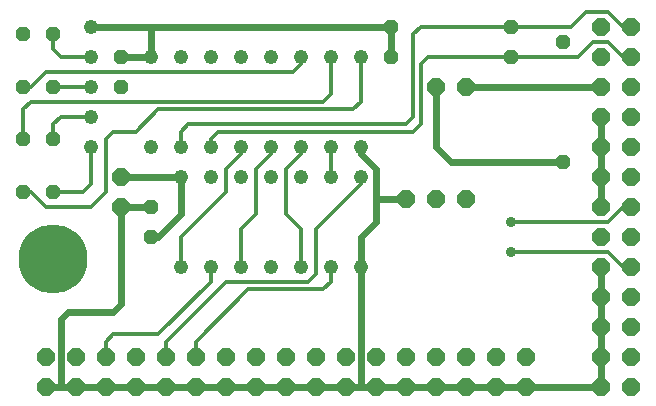
<source format=gbl>
G75*
%MOIN*%
%OFA0B0*%
%FSLAX24Y24*%
%IPPOS*%
%LPD*%
%AMOC8*
5,1,8,0,0,1.08239X$1,22.5*
%
%ADD10OC8,0.0600*%
%ADD11OC8,0.0480*%
%ADD12C,0.0480*%
%ADD13C,0.2300*%
%ADD14C,0.0240*%
%ADD15C,0.0354*%
%ADD16C,0.0120*%
D10*
X001450Y001550D03*
X002450Y001550D03*
X003450Y001550D03*
X004450Y001550D03*
X005450Y001550D03*
X006450Y001550D03*
X007450Y001550D03*
X008450Y001550D03*
X009450Y001550D03*
X010450Y001550D03*
X011450Y001550D03*
X012450Y001550D03*
X013450Y001550D03*
X014450Y001550D03*
X015450Y001550D03*
X016450Y001550D03*
X017450Y001550D03*
X017450Y002550D03*
X016450Y002550D03*
X015450Y002550D03*
X014450Y002550D03*
X013450Y002550D03*
X012450Y002550D03*
X011450Y002550D03*
X010450Y002550D03*
X009450Y002550D03*
X008450Y002550D03*
X007450Y002550D03*
X006450Y002550D03*
X005450Y002550D03*
X004450Y002550D03*
X003450Y002550D03*
X002450Y002550D03*
X001450Y002550D03*
X003950Y007550D03*
X003950Y008550D03*
X013450Y007800D03*
X014450Y007800D03*
X015450Y007800D03*
X019950Y007550D03*
X020950Y007550D03*
X020950Y008550D03*
X019950Y008550D03*
X019950Y009550D03*
X020950Y009550D03*
X020950Y010550D03*
X019950Y010550D03*
X019950Y011550D03*
X020950Y011550D03*
X020950Y012550D03*
X019950Y012550D03*
X019950Y013550D03*
X020950Y013550D03*
X015450Y011550D03*
X014450Y011550D03*
X019950Y006550D03*
X020950Y006550D03*
X020950Y005550D03*
X019950Y005550D03*
X019950Y004550D03*
X020950Y004550D03*
X020950Y003550D03*
X019950Y003550D03*
X019950Y002550D03*
X020950Y002550D03*
X020950Y001550D03*
X019950Y001550D03*
D11*
X018700Y009050D03*
X016950Y012550D03*
X016950Y013550D03*
X018700Y013050D03*
X012950Y012550D03*
X012950Y013550D03*
X004950Y007550D03*
X004950Y006550D03*
X001700Y008050D03*
X000700Y008050D03*
X000700Y009800D03*
X001700Y009800D03*
X001700Y011550D03*
X000700Y011550D03*
X000700Y013300D03*
X001700Y013300D03*
X003950Y012550D03*
X003950Y011550D03*
D12*
X002950Y011550D03*
X002950Y010550D03*
X002950Y009550D03*
X004950Y009550D03*
X005950Y009550D03*
X006950Y009550D03*
X007950Y009550D03*
X008950Y009550D03*
X009950Y009550D03*
X010950Y009550D03*
X011950Y009550D03*
X011950Y008550D03*
X010950Y008550D03*
X009950Y008550D03*
X008950Y008550D03*
X007950Y008550D03*
X006950Y008550D03*
X005950Y008550D03*
X005950Y005550D03*
X006950Y005550D03*
X007950Y005550D03*
X008950Y005550D03*
X009950Y005550D03*
X010950Y005550D03*
X011950Y005550D03*
X011950Y012550D03*
X010950Y012550D03*
X009950Y012550D03*
X008950Y012550D03*
X007950Y012550D03*
X006950Y012550D03*
X005950Y012550D03*
X004950Y012550D03*
X002950Y012550D03*
X002950Y013550D03*
D13*
X001700Y005800D03*
D14*
X003700Y004050D02*
X003950Y004300D01*
X003950Y007550D01*
X004950Y007550D01*
X005950Y007300D02*
X005950Y008550D01*
X003950Y008550D01*
X005200Y006550D02*
X005950Y007300D01*
X005200Y006550D02*
X004950Y006550D01*
X003700Y004050D02*
X002200Y004050D01*
X001950Y003800D01*
X001950Y001550D01*
X001450Y001550D01*
X001950Y001550D02*
X002450Y001550D01*
X003450Y001550D01*
X004450Y001550D01*
X005450Y001550D01*
X006450Y001550D01*
X007450Y001550D01*
X008450Y001550D01*
X009450Y001550D01*
X010450Y001550D01*
X011450Y001550D01*
X011950Y001550D01*
X011950Y005550D01*
X011950Y006550D01*
X012450Y007050D01*
X012450Y007800D01*
X013450Y007800D01*
X012450Y007800D02*
X012450Y008800D01*
X011950Y009300D01*
X011950Y009550D01*
X014450Y009550D02*
X014450Y011550D01*
X015450Y011550D02*
X019950Y011550D01*
X019950Y010550D02*
X019950Y009550D01*
X019950Y008550D01*
X019950Y007550D01*
X018700Y009050D02*
X014950Y009050D01*
X014450Y009550D01*
X012950Y012550D02*
X012950Y013550D01*
X004950Y013550D01*
X002950Y013550D01*
X003950Y012550D02*
X004950Y012550D01*
X004950Y013550D01*
X019950Y005550D02*
X019950Y004550D01*
X019950Y003550D01*
X019950Y002550D01*
X019950Y001550D01*
X017450Y001550D01*
X016450Y001550D01*
X015450Y001550D01*
X014450Y001550D01*
X013450Y001550D01*
X012450Y001550D01*
X011950Y001550D01*
D15*
X016950Y006050D03*
X016950Y007050D03*
D16*
X020200Y007050D01*
X020700Y007550D01*
X020950Y007550D01*
X020200Y006050D02*
X020700Y005550D01*
X020950Y005550D01*
X020200Y006050D02*
X016950Y006050D01*
X011950Y008300D02*
X011950Y008550D01*
X011950Y008300D02*
X010450Y006800D01*
X010450Y005300D01*
X010200Y005050D01*
X007450Y005050D01*
X005450Y003050D01*
X005450Y002550D01*
X006450Y002550D02*
X006450Y003050D01*
X008200Y004800D01*
X010700Y004800D01*
X010950Y005050D01*
X010950Y005550D01*
X009950Y005550D02*
X009950Y006800D01*
X009450Y007300D01*
X009450Y008800D01*
X009950Y009300D01*
X009950Y009550D01*
X008950Y009550D02*
X008950Y009300D01*
X008450Y008800D01*
X008450Y007300D01*
X007950Y006800D01*
X007950Y005550D01*
X006950Y005550D02*
X006950Y005050D01*
X005200Y003300D01*
X003700Y003300D01*
X003450Y003050D01*
X003450Y002550D01*
X005950Y005550D02*
X005950Y006550D01*
X007450Y008050D01*
X007450Y008800D01*
X007950Y009300D01*
X007950Y009550D01*
X007200Y010050D02*
X006950Y009800D01*
X006950Y009550D01*
X007200Y010050D02*
X013700Y010050D01*
X013950Y010300D01*
X013950Y012300D01*
X014200Y012550D01*
X016950Y012550D01*
X019200Y012550D01*
X019700Y013050D01*
X020200Y013050D01*
X020700Y012550D01*
X020950Y012550D01*
X020950Y013550D02*
X020700Y013550D01*
X020200Y014050D01*
X019450Y014050D01*
X018950Y013550D01*
X016950Y013550D01*
X013950Y013550D01*
X013700Y013300D01*
X013700Y010550D01*
X013450Y010300D01*
X006200Y010300D01*
X005950Y010050D01*
X005950Y009550D01*
X005200Y010800D02*
X004450Y010050D01*
X003700Y010050D01*
X003450Y009800D01*
X003450Y008050D01*
X002950Y007550D01*
X001450Y007550D01*
X000950Y008050D01*
X000700Y008050D01*
X001700Y008050D02*
X002700Y008050D01*
X002950Y008300D01*
X002950Y009550D01*
X001700Y009800D02*
X001700Y010300D01*
X001950Y010550D01*
X002950Y010550D01*
X002950Y011550D02*
X001700Y011550D01*
X001450Y012050D02*
X009700Y012050D01*
X009950Y012300D01*
X009950Y012550D01*
X010950Y012550D02*
X010950Y011300D01*
X010700Y011050D01*
X000950Y011050D01*
X000700Y010800D01*
X000700Y009800D01*
X000700Y011550D02*
X000950Y011550D01*
X001450Y012050D01*
X001950Y012550D02*
X002950Y012550D01*
X001950Y012550D02*
X001700Y012800D01*
X001700Y013300D01*
X005200Y010800D02*
X011700Y010800D01*
X011950Y011050D01*
X011950Y012550D01*
X010950Y009550D02*
X010950Y008550D01*
M02*

</source>
